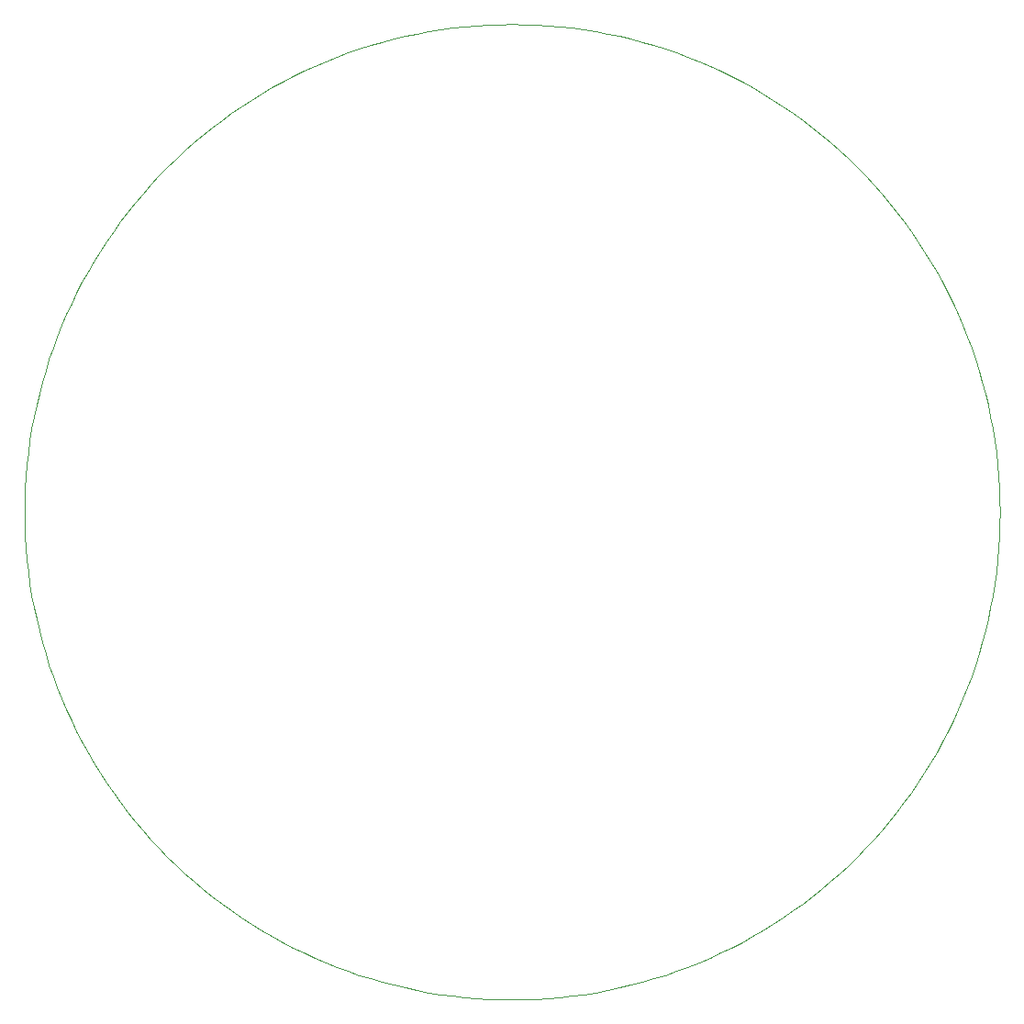
<source format=gbp>
G75*
%MOIN*%
%OFA0B0*%
%FSLAX25Y25*%
%IPPOS*%
%LPD*%
%AMOC8*
5,1,8,0,0,1.08239X$1,22.5*
%
%ADD10C,0.00039*%
D10*
X0300276Y0192366D02*
X0300329Y0196714D01*
X0300489Y0201059D01*
X0300756Y0205399D01*
X0301129Y0209731D01*
X0301608Y0214053D01*
X0302194Y0218362D01*
X0302884Y0222654D01*
X0303680Y0226929D01*
X0304581Y0231183D01*
X0305585Y0235414D01*
X0306694Y0239618D01*
X0307905Y0243794D01*
X0309218Y0247939D01*
X0310632Y0252051D01*
X0312147Y0256127D01*
X0313762Y0260164D01*
X0315475Y0264161D01*
X0317286Y0268114D01*
X0319193Y0272021D01*
X0321195Y0275881D01*
X0323292Y0279690D01*
X0325482Y0283447D01*
X0327763Y0287149D01*
X0330134Y0290794D01*
X0332594Y0294379D01*
X0335141Y0297903D01*
X0337774Y0301364D01*
X0340491Y0304758D01*
X0343290Y0308085D01*
X0346170Y0311343D01*
X0349130Y0314528D01*
X0352166Y0317641D01*
X0355279Y0320677D01*
X0358464Y0323637D01*
X0361722Y0326517D01*
X0365049Y0329316D01*
X0368443Y0332033D01*
X0371904Y0334666D01*
X0375428Y0337213D01*
X0379013Y0339673D01*
X0382658Y0342044D01*
X0386360Y0344325D01*
X0390117Y0346515D01*
X0393926Y0348612D01*
X0397786Y0350614D01*
X0401693Y0352521D01*
X0405646Y0354332D01*
X0409643Y0356045D01*
X0413680Y0357660D01*
X0417756Y0359175D01*
X0421868Y0360589D01*
X0426013Y0361902D01*
X0430189Y0363113D01*
X0434393Y0364222D01*
X0438624Y0365226D01*
X0442878Y0366127D01*
X0447153Y0366923D01*
X0451445Y0367613D01*
X0455754Y0368199D01*
X0460076Y0368678D01*
X0464408Y0369051D01*
X0468748Y0369318D01*
X0473093Y0369478D01*
X0477441Y0369531D01*
X0481789Y0369478D01*
X0486134Y0369318D01*
X0490474Y0369051D01*
X0494806Y0368678D01*
X0499128Y0368199D01*
X0503437Y0367613D01*
X0507729Y0366923D01*
X0512004Y0366127D01*
X0516258Y0365226D01*
X0520489Y0364222D01*
X0524693Y0363113D01*
X0528869Y0361902D01*
X0533014Y0360589D01*
X0537126Y0359175D01*
X0541202Y0357660D01*
X0545239Y0356045D01*
X0549236Y0354332D01*
X0553189Y0352521D01*
X0557096Y0350614D01*
X0560956Y0348612D01*
X0564765Y0346515D01*
X0568522Y0344325D01*
X0572224Y0342044D01*
X0575869Y0339673D01*
X0579454Y0337213D01*
X0582978Y0334666D01*
X0586439Y0332033D01*
X0589833Y0329316D01*
X0593160Y0326517D01*
X0596418Y0323637D01*
X0599603Y0320677D01*
X0602716Y0317641D01*
X0605752Y0314528D01*
X0608712Y0311343D01*
X0611592Y0308085D01*
X0614391Y0304758D01*
X0617108Y0301364D01*
X0619741Y0297903D01*
X0622288Y0294379D01*
X0624748Y0290794D01*
X0627119Y0287149D01*
X0629400Y0283447D01*
X0631590Y0279690D01*
X0633687Y0275881D01*
X0635689Y0272021D01*
X0637596Y0268114D01*
X0639407Y0264161D01*
X0641120Y0260164D01*
X0642735Y0256127D01*
X0644250Y0252051D01*
X0645664Y0247939D01*
X0646977Y0243794D01*
X0648188Y0239618D01*
X0649297Y0235414D01*
X0650301Y0231183D01*
X0651202Y0226929D01*
X0651998Y0222654D01*
X0652688Y0218362D01*
X0653274Y0214053D01*
X0653753Y0209731D01*
X0654126Y0205399D01*
X0654393Y0201059D01*
X0654553Y0196714D01*
X0654606Y0192366D01*
X0654553Y0188018D01*
X0654393Y0183673D01*
X0654126Y0179333D01*
X0653753Y0175001D01*
X0653274Y0170679D01*
X0652688Y0166370D01*
X0651998Y0162078D01*
X0651202Y0157803D01*
X0650301Y0153549D01*
X0649297Y0149318D01*
X0648188Y0145114D01*
X0646977Y0140938D01*
X0645664Y0136793D01*
X0644250Y0132681D01*
X0642735Y0128605D01*
X0641120Y0124568D01*
X0639407Y0120571D01*
X0637596Y0116618D01*
X0635689Y0112711D01*
X0633687Y0108851D01*
X0631590Y0105042D01*
X0629400Y0101285D01*
X0627119Y0097583D01*
X0624748Y0093938D01*
X0622288Y0090353D01*
X0619741Y0086829D01*
X0617108Y0083368D01*
X0614391Y0079974D01*
X0611592Y0076647D01*
X0608712Y0073389D01*
X0605752Y0070204D01*
X0602716Y0067091D01*
X0599603Y0064055D01*
X0596418Y0061095D01*
X0593160Y0058215D01*
X0589833Y0055416D01*
X0586439Y0052699D01*
X0582978Y0050066D01*
X0579454Y0047519D01*
X0575869Y0045059D01*
X0572224Y0042688D01*
X0568522Y0040407D01*
X0564765Y0038217D01*
X0560956Y0036120D01*
X0557096Y0034118D01*
X0553189Y0032211D01*
X0549236Y0030400D01*
X0545239Y0028687D01*
X0541202Y0027072D01*
X0537126Y0025557D01*
X0533014Y0024143D01*
X0528869Y0022830D01*
X0524693Y0021619D01*
X0520489Y0020510D01*
X0516258Y0019506D01*
X0512004Y0018605D01*
X0507729Y0017809D01*
X0503437Y0017119D01*
X0499128Y0016533D01*
X0494806Y0016054D01*
X0490474Y0015681D01*
X0486134Y0015414D01*
X0481789Y0015254D01*
X0477441Y0015201D01*
X0473093Y0015254D01*
X0468748Y0015414D01*
X0464408Y0015681D01*
X0460076Y0016054D01*
X0455754Y0016533D01*
X0451445Y0017119D01*
X0447153Y0017809D01*
X0442878Y0018605D01*
X0438624Y0019506D01*
X0434393Y0020510D01*
X0430189Y0021619D01*
X0426013Y0022830D01*
X0421868Y0024143D01*
X0417756Y0025557D01*
X0413680Y0027072D01*
X0409643Y0028687D01*
X0405646Y0030400D01*
X0401693Y0032211D01*
X0397786Y0034118D01*
X0393926Y0036120D01*
X0390117Y0038217D01*
X0386360Y0040407D01*
X0382658Y0042688D01*
X0379013Y0045059D01*
X0375428Y0047519D01*
X0371904Y0050066D01*
X0368443Y0052699D01*
X0365049Y0055416D01*
X0361722Y0058215D01*
X0358464Y0061095D01*
X0355279Y0064055D01*
X0352166Y0067091D01*
X0349130Y0070204D01*
X0346170Y0073389D01*
X0343290Y0076647D01*
X0340491Y0079974D01*
X0337774Y0083368D01*
X0335141Y0086829D01*
X0332594Y0090353D01*
X0330134Y0093938D01*
X0327763Y0097583D01*
X0325482Y0101285D01*
X0323292Y0105042D01*
X0321195Y0108851D01*
X0319193Y0112711D01*
X0317286Y0116618D01*
X0315475Y0120571D01*
X0313762Y0124568D01*
X0312147Y0128605D01*
X0310632Y0132681D01*
X0309218Y0136793D01*
X0307905Y0140938D01*
X0306694Y0145114D01*
X0305585Y0149318D01*
X0304581Y0153549D01*
X0303680Y0157803D01*
X0302884Y0162078D01*
X0302194Y0166370D01*
X0301608Y0170679D01*
X0301129Y0175001D01*
X0300756Y0179333D01*
X0300489Y0183673D01*
X0300329Y0188018D01*
X0300276Y0192366D01*
M02*

</source>
